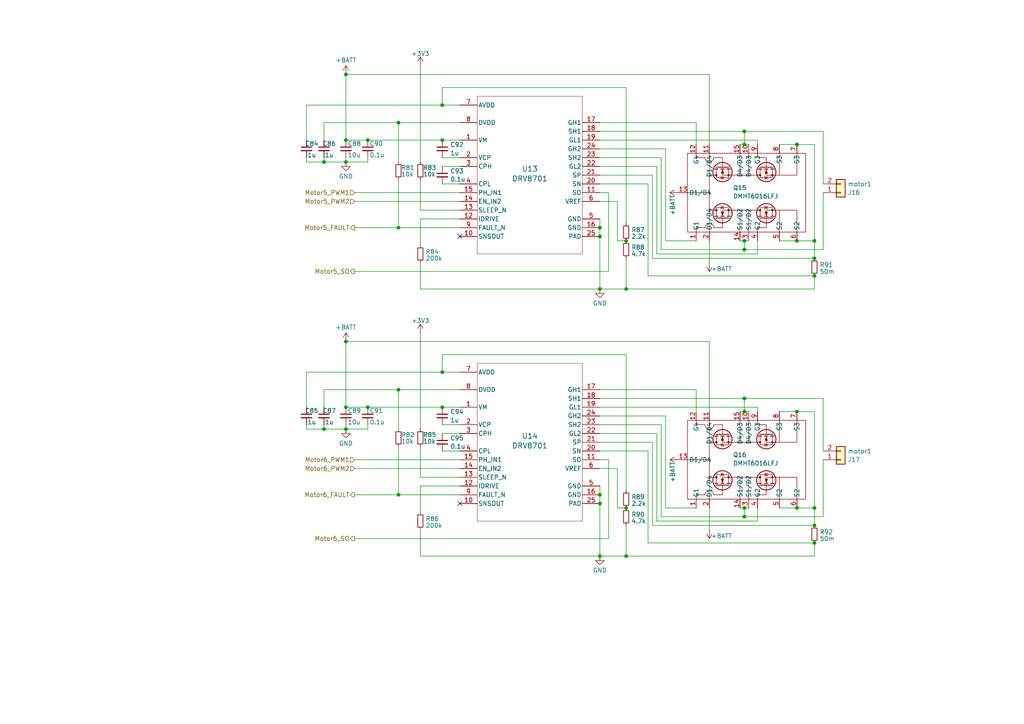
<source format=kicad_sch>
(kicad_sch (version 20250114) (generator "eeschema") (generator_version "9.0")
  (paper "A4")
  (lib_symbols
    (symbol "Connector_Generic:Conn_01x02" (pin_names (offset 1.016) (hide yes))
      (property "Reference" "J" (at 0 2.54 0))
      (property "Value" "Conn_01x02" (at 0 -5.08 0))
      (symbol "Conn_01x02_1_1"
        (rectangle (start -1.27 1.27) (end 1.27 -3.81) (stroke (width 0.254)) (fill (type background)))
        (rectangle (start -1.27 0.127) (end 0 -0.127) (stroke (width 0.1524)))
        (rectangle (start -1.27 -2.413) (end 0 -2.667) (stroke (width 0.1524)))
        (pin passive line (at -5.08 0 0) (length 3.81) (name "Pin_1") (number "1"))
        (pin passive line (at -5.08 -2.54 0) (length 3.81) (name "Pin_2") (number "2"))
      )
    )
    (symbol "Device:C_Small" (pin_numbers (hide yes)) (pin_names (offset 0.254) (hide yes))
      (property "Reference" "C" (at 0.254 1.778 0))
      (property "Value" "C_Small" (at 0.254 -2.032 0))
      (symbol "C_Small_0_1"
        (polyline (pts (xy -1.524 0.508) (xy 1.524 0.508)) (stroke (width 0.3048)))
        (polyline (pts (xy -1.524 -0.508) (xy 1.524 -0.508)) (stroke (width 0.3302)))
      )
      (symbol "C_Small_1_1"
        (pin passive line (at 0 2.54 270) (length 2.032) (name "~") (number "1"))
        (pin passive line (at 0 -2.54 90) (length 2.032) (name "~") (number "2"))
      )
    )
    (symbol "Device:R_Small" (pin_numbers (hide yes)) (pin_names (offset 0.254) (hide yes))
      (property "Reference" "R" (at 0 0 90))
      (property "Value" "R_Small" (at 1.778 0 90))
      (symbol "R_Small_0_1"
        (rectangle (start -0.762 1.778) (end 0.762 -1.778) (stroke (width 0.2032)))
      )
      (symbol "R_Small_1_1"
        (pin passive line (at 0 2.54 270) (length 0.762) (name "~") (number "1"))
        (pin passive line (at 0 -2.54 90) (length 0.762) (name "~") (number "2"))
      )
    )
    (symbol "power:+3V3" (power) (pin_numbers (hide yes)) (pin_names (offset 0) (hide yes))
      (property "Value" "+3V3" (at 0 3.556 0))
      (symbol "+3V3_0_1"
        (polyline (pts (xy -0.762 1.27) (xy 0 2.54)))
        (polyline (pts (xy 0 2.54) (xy 0.762 1.27)))
        (polyline (pts (xy 0 0) (xy 0 2.54)))
      )
      (symbol "+3V3_1_1"
        (pin power_in line (at 0 0 90) (length 0) (name "~") (number "1"))
      )
    )
    (symbol "power:+BATT" (power) (pin_numbers (hide yes)) (pin_names (offset 0) (hide yes))
      (property "Value" "+BATT" (at 0 3.556 0))
      (symbol "+BATT_0_1"
        (polyline (pts (xy -0.762 1.27) (xy 0 2.54)))
        (polyline (pts (xy 0 2.54) (xy 0.762 1.27)))
        (polyline (pts (xy 0 0) (xy 0 2.54)))
      )
      (symbol "+BATT_1_1"
        (pin power_in line (at 0 0 90) (length 0) (name "~") (number "1"))
      )
    )
    (symbol "power:GND" (power) (pin_numbers (hide yes)) (pin_names (offset 0) (hide yes))
      (property "Value" "GND" (at 0 -3.81 0))
      (symbol "GND_0_1"
        (polyline (pts (xy 0 0) (xy 0 -1.27) (xy 1.27 -1.27) (xy 0 -2.54) (xy -1.27 -1.27) (xy 0 -1.27)))
      )
      (symbol "GND_1_1"
        (pin power_in line (at 0 0 270) (length 0) (name "~") (number "1"))
      )
    )
    (symbol "robot_contest:DMHT6016LFJ"
      (property "Reference" "Q" (at 7.112 13.716 0))
      (property "Value" "DMHT6016LFJ" (at 6.858 11.43 0))
      (symbol "DMHT6016LFJ_0_1"
        (rectangle (start -11.43 10.16) (end 11.43 -24.13))
        (polyline (pts (xy -11.43 -5.08) (xy -5.08 -5.08)))
        (polyline (pts (xy -11.43 -7.62) (xy -5.08 -7.62)))
        (polyline (pts (xy -11.43 -10.16) (xy -10.16 -10.16) (xy -10.16 -12.7)))
        (arc (start -8.89 3.81) (mid -9.262 2.912) (end -10.16 2.54))
        (arc (start -10.16 5.08) (mid -9.262 4.708) (end -8.89 3.81))
        (polyline (pts (xy -10.16 5.08) (xy -10.16 7.62) (xy -11.43 7.62)))
        (polyline (pts (xy -10.16 0) (xy -10.16 2.54)))
        (polyline (pts (xy -7.366 1.905) (xy -7.366 -1.905)) (stroke (width 0.254)))
        (polyline (pts (xy -7.366 0) (xy -10.16 0)))
        (polyline (pts (xy -7.366 -10.795) (xy -7.366 -14.605)) (stroke (width 0.254)))
        (polyline (pts (xy -7.366 -12.7) (xy -10.16 -12.7)))
        (polyline (pts (xy -6.858 2.286) (xy -6.858 1.27)) (stroke (width 0.254)))
        (polyline (pts (xy -6.858 0.508) (xy -6.858 -0.508)) (stroke (width 0.254)))
        (polyline (pts (xy -6.858 -1.27) (xy -6.858 -2.286)) (stroke (width 0.254)))
        (polyline (pts (xy -6.858 -1.778) (xy -4.318 -1.778) (xy -4.318 1.778) (xy -6.858 1.778)))
        (polyline (pts (xy -6.858 -10.414) (xy -6.858 -11.43)) (stroke (width 0.254)))
        (polyline (pts (xy -6.858 -12.192) (xy -6.858 -13.208)) (stroke (width 0.254)))
        (polyline (pts (xy -6.858 -13.97) (xy -6.858 -14.986)) (stroke (width 0.254)))
        (polyline (pts (xy -6.858 -14.478) (xy -4.318 -14.478) (xy -4.318 -10.922) (xy -6.858 -10.922)))
        (polyline (pts (xy -6.604 0) (xy -5.588 0.381) (xy -5.588 -0.381) (xy -6.604 0)) (fill (type outline)))
        (polyline (pts (xy -6.604 -12.7) (xy -5.588 -12.319) (xy -5.588 -13.081) (xy -6.604 -12.7)) (fill (type outline)))
        (circle (center -5.969 0) (radius 2.794) (stroke (width 0.254)))
        (circle (center -5.969 -12.7) (radius 2.794) (stroke (width 0.254)))
        (polyline (pts (xy -5.08 3.81) (xy -11.43 3.81)))
        (polyline (pts (xy -5.08 2.54) (xy -5.08 3.81)))
        (polyline (pts (xy -5.08 2.54) (xy -5.08 1.778)))
        (circle (center -5.08 1.778) (radius 0.254) (fill (type outline)))
        (circle (center -5.08 -1.778) (radius 0.254) (fill (type outline)))
        (polyline (pts (xy -5.08 -2.54) (xy -5.08 0) (xy -6.858 0)))
        (polyline (pts (xy -5.08 -8.89) (xy -5.08 -2.54)))
        (polyline (pts (xy -5.08 -10.16) (xy -5.08 -8.89)))
        (polyline (pts (xy -5.08 -10.16) (xy -5.08 -10.922)))
        (circle (center -5.08 -10.922) (radius 0.254) (fill (type outline)))
        (circle (center -5.08 -14.478) (radius 0.254) (fill (type outline)))
        (polyline (pts (xy -5.08 -15.24) (xy -5.08 -12.7) (xy -6.858 -12.7)))
        (polyline (pts (xy -5.08 -15.24) (xy -5.08 -21.59) (xy -11.43 -21.59)))
        (polyline (pts (xy -5.08 -16.51) (xy -10.16 -16.51) (xy -11.43 -16.51)))
        (polyline (pts (xy -4.826 0.508) (xy -4.699 0.381) (xy -3.937 0.381) (xy -3.81 0.254)))
        (polyline (pts (xy -4.826 -12.192) (xy -4.699 -12.319) (xy -3.937 -12.319) (xy -3.81 -12.446)))
        (polyline (pts (xy -4.318 0.381) (xy -4.699 -0.254) (xy -3.937 -0.254) (xy -4.318 0.381)))
        (polyline (pts (xy -4.318 -12.319) (xy -4.699 -12.954) (xy -3.937 -12.954) (xy -4.318 -12.319)))
        (polyline (pts (xy 0 10.16) (xy 0 3.81)))
        (polyline (pts (xy 4.318 0.381) (xy 4.699 -0.254) (xy 3.937 -0.254) (xy 4.318 0.381)))
        (polyline (pts (xy 4.318 -12.319) (xy 4.699 -12.954) (xy 3.937 -12.954) (xy 4.318 -12.319)))
        (polyline (pts (xy 4.826 0.508) (xy 4.699 0.381) (xy 3.937 0.381) (xy 3.81 0.254)))
        (polyline (pts (xy 4.826 -12.192) (xy 4.699 -12.319) (xy 3.937 -12.319) (xy 3.81 -12.446)))
        (polyline (pts (xy 5.08 3.81) (xy -5.08 3.81)))
        (polyline (pts (xy 5.08 3.81) (xy 11.43 3.81)))
        (polyline (pts (xy 5.08 2.54) (xy 5.08 3.81)))
        (polyline (pts (xy 5.08 2.54) (xy 5.08 1.778)))
        (circle (center 5.08 1.778) (radius 0.254) (fill (type outline)))
        (circle (center 5.08 -1.778) (radius 0.254) (fill (type outline)))
        (polyline (pts (xy 5.08 -2.54) (xy 5.08 0) (xy 6.858 0)))
        (polyline (pts (xy 5.08 -5.08) (xy 11.43 -5.08)))
        (polyline (pts (xy 5.08 -8.89) (xy 5.08 -2.54)))
        (polyline (pts (xy 5.08 -10.16) (xy 5.08 -8.89)))
        (polyline (pts (xy 5.08 -10.16) (xy 5.08 -10.922)))
        (circle (center 5.08 -10.922) (radius 0.254) (fill (type outline)))
        (circle (center 5.08 -14.478) (radius 0.254) (fill (type outline)))
        (polyline (pts (xy 5.08 -15.24) (xy 5.08 -12.7) (xy 6.858 -12.7)))
        (polyline (pts (xy 5.08 -15.24) (xy 5.08 -21.59) (xy 11.43 -21.59)))
        (circle (center 5.969 0) (radius 2.794) (stroke (width 0.254)))
        (circle (center 5.969 -12.7) (radius 2.794) (stroke (width 0.254)))
        (polyline (pts (xy 6.604 0) (xy 5.588 0.381) (xy 5.588 -0.381) (xy 6.604 0)) (fill (type outline)))
        (polyline (pts (xy 6.604 -12.7) (xy 5.588 -12.319) (xy 5.588 -13.081) (xy 6.604 -12.7)) (fill (type outline)))
        (polyline (pts (xy 6.858 2.286) (xy 6.858 1.27)) (stroke (width 0.254)))
        (polyline (pts (xy 6.858 0.508) (xy 6.858 -0.508)) (stroke (width 0.254)))
        (polyline (pts (xy 6.858 -1.27) (xy 6.858 -2.286)) (stroke (width 0.254)))
        (polyline (pts (xy 6.858 -1.778) (xy 4.318 -1.778) (xy 4.318 1.778) (xy 6.858 1.778)))
        (polyline (pts (xy 6.858 -10.414) (xy 6.858 -11.43)) (stroke (width 0.254)))
        (polyline (pts (xy 6.858 -12.192) (xy 6.858 -13.208)) (stroke (width 0.254)))
        (polyline (pts (xy 6.858 -13.97) (xy 6.858 -14.986)) (stroke (width 0.254)))
        (polyline (pts (xy 6.858 -14.478) (xy 4.318 -14.478) (xy 4.318 -10.922) (xy 6.858 -10.922)))
        (polyline (pts (xy 7.366 1.905) (xy 7.366 -1.905)) (stroke (width 0.254)))
        (polyline (pts (xy 7.366 0) (xy 10.16 0)))
        (polyline (pts (xy 7.366 -10.795) (xy 7.366 -14.605)) (stroke (width 0.254)))
        (polyline (pts (xy 7.366 -12.7) (xy 10.16 -12.7)))
        (polyline (pts (xy 10.16 5.08) (xy 10.16 7.62) (xy 11.43 7.62)))
        (arc (start 8.89 3.81) (mid 9.262 4.708) (end 10.16 5.08))
        (arc (start 10.16 2.54) (mid 9.262 2.912) (end 8.89 3.81))
        (polyline (pts (xy 10.16 0) (xy 10.16 2.54)))
        (polyline (pts (xy 11.43 -7.62) (xy 5.08 -7.62)))
        (polyline (pts (xy 11.43 -10.16) (xy 10.16 -10.16) (xy 10.16 -12.7)))
        (polyline (pts (xy 11.43 -16.51) (xy 6.35 -16.51) (xy 5.08 -16.51)))
      )
      (symbol "DMHT6016LFJ_1_1"
        (pin passive line (at -13.97 7.62 0) (length 2.54) (name "G1") (number "1"))
        (pin passive line (at -13.97 3.81 0) (length 2.54) (name "D1/D4") (number "2"))
        (pin passive line (at -13.97 -5.08 0) (length 2.54) (name "S1/D2") (number "14"))
        (pin passive line (at -13.97 -7.62 0) (length 2.54) (name "S1/D2") (number "3"))
        (pin passive line (at -13.97 -10.16 0) (length 2.54) (name "G2") (number "4"))
        (pin passive line (at -13.97 -16.51 0) (length 2.54) (name "S2") (number "5"))
        (pin passive line (at -13.97 -21.59 0) (length 2.54) (name "S2") (number "6"))
        (pin passive line (at 0 12.7 270) (length 2.54) (name "D1/D4") (number "13"))
        (pin passive line (at 13.97 7.62 180) (length 2.54) (name "G4") (number "12"))
        (pin passive line (at 13.97 3.81 180) (length 2.54) (name "D1/D4") (number "11"))
        (pin passive line (at 13.97 -5.08 180) (length 2.54) (name "D4/D3") (number "15"))
        (pin passive line (at 13.97 -7.62 180) (length 2.54) (name "D4/D3") (number "10"))
        (pin passive line (at 13.97 -10.16 180) (length 2.54) (name "G3") (number "9"))
        (pin passive line (at 13.97 -16.51 180) (length 2.54) (name "S3") (number "8"))
        (pin passive line (at 13.97 -21.59 180) (length 2.54) (name "S3") (number "7"))
      )
    )
    (symbol "robot_contest:DRV8701" (pin_names (offset 0.254))
      (property "Reference" "U" (at 0 12.7 0))
      (property "Value" "DRV8701" (at 0 10.16 0))
      (symbol "DRV8701_0_1"
        (polyline (pts (xy -15.24 22.86) (xy -15.24 -22.86)) (stroke (width 0.1016)))
        (polyline (pts (xy -15.24 -22.86) (xy 15.24 -22.86)) (stroke (width 0.1016)))
        (polyline (pts (xy 15.24 22.86) (xy -15.24 22.86)) (stroke (width 0.1016)))
        (polyline (pts (xy 15.24 -22.86) (xy 15.24 22.86)) (stroke (width 0.1016)))
        (pin power_in line (at -20.32 10.16 0) (length 5.08) (name "VM") (number "1"))
        (pin input line (at -20.32 -5.08 0) (length 5.08) (name "PH_IN1") (number "15"))
        (pin input line (at -20.32 -7.62 0) (length 5.08) (name "EN_IN2") (number "14"))
        (pin input line (at -20.32 -10.16 0) (length 5.08) (name "SLEEP_N") (number "13"))
        (pin input line (at -20.32 -12.7 0) (length 5.08) (name "IDRIVE") (number "12"))
        (pin open_collector line (at -20.32 -15.24 0) (length 5.08) (name "FAULT_N") (number "9"))
        (pin open_collector line (at -20.32 -17.78 0) (length 5.08) (name "SNSOUT") (number "10"))
        (pin input line (at 20.32 12.7 180) (length 5.08) (name "SH1") (number "18"))
        (pin output line (at 20.32 10.16 180) (length 5.08) (name "GL1") (number "19"))
        (pin input line (at 20.32 5.08 180) (length 5.08) (name "SH2") (number "23"))
        (pin output line (at 20.32 2.54 180) (length 5.08) (name "GL2") (number "22"))
        (pin input line (at 20.32 0 180) (length 5.08) (name "SP") (number "21"))
        (pin input line (at 20.32 -2.54 180) (length 5.08) (name "SN") (number "20"))
        (pin output line (at 20.32 -5.08 180) (length 5.08) (name "SO") (number "11"))
        (pin input line (at 20.32 -7.62 180) (length 5.08) (name "VREF") (number "6"))
        (pin power_in line (at 20.32 -12.7 180) (length 5.08) (name "GND") (number "5"))
        (pin power_in line (at 20.32 -15.24 180) (length 5.08) (name "GND") (number "16"))
        (pin power_in line (at 20.32 -17.78 180) (length 5.08) (name "PAD") (number "25"))
      )
      (symbol "DRV8701_1_1"
        (pin power_out line (at -20.32 20.32 0) (length 5.08) (name "AVDD") (number "7"))
        (pin power_out line (at -20.32 15.24 0) (length 5.08) (name "DVDD") (number "8"))
        (pin input line (at -20.32 5.08 0) (length 5.08) (name "VCP") (number "2"))
        (pin bidirectional line (at -20.32 2.54 0) (length 5.08) (name "CPH") (number "3"))
        (pin bidirectional line (at -20.32 -2.54 0) (length 5.08) (name "CPL") (number "4"))
        (pin power_out line (at 20.32 15.24 180) (length 5.08) (name "GH1") (number "17"))
        (pin power_out line (at 20.32 7.62 180) (length 5.08) (name "GH2") (number "24"))
      )
    )
  )
  (junction (at 215.9 119.38))
  (junction (at 115.57 143.51))
  (junction (at 231.14 147.32))
  (junction (at 128.27 118.11))
  (junction (at 173.99 143.51))
  (junction (at 236.22 69.85))
  (junction (at 128.27 107.95))
  (junction (at 236.22 80.01))
  (junction (at 236.22 74.93))
  (junction (at 236.22 147.32))
  (junction (at 128.27 30.48))
  (junction (at 115.57 66.04))
  (junction (at 100.33 46.99))
  (junction (at 215.9 149.86))
  (junction (at 106.68 118.11))
  (junction (at 173.99 66.04))
  (junction (at 173.99 68.58))
  (junction (at 231.14 41.91))
  (junction (at 215.9 38.1))
  (junction (at 173.99 161.29))
  (junction (at 115.57 35.56))
  (junction (at 93.98 124.46))
  (junction (at 236.22 157.48))
  (junction (at 215.9 69.85))
  (junction (at 93.98 46.99))
  (junction (at 100.33 99.06))
  (junction (at 215.9 115.57))
  (junction (at 181.61 69.85))
  (junction (at 173.99 83.82))
  (junction (at 215.9 147.32))
  (junction (at 100.33 21.59))
  (junction (at 181.61 83.82))
  (junction (at 181.61 161.29))
  (junction (at 106.68 40.64))
  (junction (at 215.9 41.91))
  (junction (at 231.14 119.38))
  (junction (at 173.99 146.05))
  (junction (at 100.33 124.46))
  (junction (at 100.33 40.64))
  (junction (at 100.33 118.11))
  (junction (at 236.22 152.4))
  (junction (at 181.61 147.32))
  (junction (at 115.57 113.03))
  (junction (at 128.27 40.64))
  (junction (at 215.9 72.39))
  (junction (at 231.14 69.85))
  (no_connect (at 133.35 146.05))
  (no_connect (at 133.35 68.58))
  (wire (pts (xy 238.76 115.57) (xy 238.76 130.81)))
  (wire (pts (xy 133.35 125.73) (xy 128.27 125.73)))
  (wire (pts (xy 181.61 161.29) (xy 236.22 161.29)))
  (wire (pts (xy 121.92 19.05) (xy 121.92 46.99)))
  (wire (pts (xy 226.06 119.38) (xy 231.14 119.38)))
  (wire (pts (xy 193.04 120.65) (xy 193.04 147.32)))
  (wire (pts (xy 201.93 113.03) (xy 201.93 119.38)))
  (wire (pts (xy 128.27 25.4) (xy 128.27 30.48)))
  (wire (pts (xy 181.61 161.29) (xy 173.99 161.29)))
  (wire (pts (xy 106.68 118.11) (xy 128.27 118.11)))
  (wire (pts (xy 191.77 72.39) (xy 215.9 72.39)))
  (wire (pts (xy 215.9 115.57) (xy 238.76 115.57)))
  (wire (pts (xy 173.99 135.89) (xy 179.07 135.89)))
  (wire (pts (xy 173.99 53.34) (xy 187.96 53.34)))
  (wire (pts (xy 189.23 128.27) (xy 189.23 152.4)))
  (wire (pts (xy 231.14 119.38) (xy 236.22 119.38)))
  (wire (pts (xy 215.9 72.39) (xy 215.9 69.85)))
  (wire (pts (xy 173.99 66.04) (xy 173.99 63.5)))
  (wire (pts (xy 100.33 46.99) (xy 106.68 46.99)))
  (wire (pts (xy 100.33 21.59) (xy 100.33 40.64)))
  (wire (pts (xy 214.63 147.32) (xy 215.9 147.32)))
  (wire (pts (xy 100.33 118.11) (xy 106.68 118.11)))
  (wire (pts (xy 100.33 21.59) (xy 205.74 21.59)))
  (wire (pts (xy 133.35 60.96) (xy 121.92 60.96)))
  (wire (pts (xy 215.9 38.1) (xy 215.9 41.91)))
  (wire (pts (xy 102.87 55.88) (xy 133.35 55.88)))
  (wire (pts (xy 179.07 147.32) (xy 181.61 147.32)))
  (wire (pts (xy 173.99 146.05) (xy 173.99 143.51)))
  (wire (pts (xy 106.68 46.99) (xy 106.68 45.72)))
  (wire (pts (xy 205.74 41.91) (xy 205.74 21.59)))
  (wire (pts (xy 173.99 123.19) (xy 191.77 123.19)))
  (wire (pts (xy 193.04 43.18) (xy 193.04 69.85)))
  (wire (pts (xy 93.98 113.03) (xy 93.98 118.11)))
  (wire (pts (xy 238.76 38.1) (xy 238.76 53.34)))
  (wire (pts (xy 219.71 69.85) (xy 219.71 73.66)))
  (wire (pts (xy 128.27 30.48) (xy 133.35 30.48)))
  (wire (pts (xy 231.14 147.32) (xy 236.22 147.32)))
  (wire (pts (xy 100.33 99.06) (xy 205.74 99.06)))
  (wire (pts (xy 193.04 69.85) (xy 201.93 69.85)))
  (wire (pts (xy 115.57 113.03) (xy 133.35 113.03)))
  (wire (pts (xy 100.33 124.46) (xy 100.33 123.19)))
  (wire (pts (xy 190.5 151.13) (xy 219.71 151.13)))
  (wire (pts (xy 173.99 40.64) (xy 219.71 40.64)))
  (wire (pts (xy 181.61 83.82) (xy 236.22 83.82)))
  (wire (pts (xy 173.99 113.03) (xy 201.93 113.03)))
  (wire (pts (xy 191.77 149.86) (xy 215.9 149.86)))
  (wire (pts (xy 121.92 63.5) (xy 133.35 63.5)))
  (wire (pts (xy 88.9 123.19) (xy 88.9 124.46)))
  (wire (pts (xy 100.33 40.64) (xy 106.68 40.64)))
  (wire (pts (xy 179.07 69.85) (xy 181.61 69.85)))
  (wire (pts (xy 181.61 102.87) (xy 181.61 142.24)))
  (wire (pts (xy 173.99 143.51) (xy 173.99 140.97)))
  (wire (pts (xy 215.9 72.39) (xy 238.76 72.39)))
  (wire (pts (xy 214.63 119.38) (xy 215.9 119.38)))
  (wire (pts (xy 106.68 124.46) (xy 106.68 123.19)))
  (wire (pts (xy 181.61 74.93) (xy 181.61 83.82)))
  (wire (pts (xy 121.92 83.82) (xy 173.99 83.82)))
  (wire (pts (xy 190.5 48.26) (xy 190.5 73.66)))
  (wire (pts (xy 173.99 43.18) (xy 193.04 43.18)))
  (wire (pts (xy 226.06 41.91) (xy 231.14 41.91)))
  (wire (pts (xy 88.9 45.72) (xy 88.9 46.99)))
  (wire (pts (xy 88.9 107.95) (xy 88.9 118.11)))
  (wire (pts (xy 102.87 133.35) (xy 133.35 133.35)))
  (wire (pts (xy 231.14 41.91) (xy 236.22 41.91)))
  (wire (pts (xy 173.99 125.73) (xy 190.5 125.73)))
  (wire (pts (xy 88.9 124.46) (xy 93.98 124.46)))
  (wire (pts (xy 176.53 133.35) (xy 176.53 156.21)))
  (wire (pts (xy 128.27 107.95) (xy 133.35 107.95)))
  (wire (pts (xy 121.92 153.67) (xy 121.92 161.29)))
  (wire (pts (xy 179.07 58.42) (xy 179.07 69.85)))
  (wire (pts (xy 133.35 48.26) (xy 128.27 48.26)))
  (wire (pts (xy 121.92 140.97) (xy 133.35 140.97)))
  (wire (pts (xy 190.5 125.73) (xy 190.5 151.13)))
  (wire (pts (xy 93.98 35.56) (xy 93.98 40.64)))
  (wire (pts (xy 187.96 130.81) (xy 187.96 157.48)))
  (wire (pts (xy 219.71 147.32) (xy 219.71 151.13)))
  (wire (pts (xy 93.98 123.19) (xy 93.98 124.46)))
  (wire (pts (xy 121.92 71.12) (xy 121.92 63.5)))
  (wire (pts (xy 215.9 115.57) (xy 215.9 119.38)))
  (wire (pts (xy 173.99 115.57) (xy 215.9 115.57)))
  (wire (pts (xy 121.92 148.59) (xy 121.92 140.97)))
  (wire (pts (xy 215.9 119.38) (xy 217.17 119.38)))
  (wire (pts (xy 181.61 25.4) (xy 181.61 64.77)))
  (wire (pts (xy 193.04 147.32) (xy 201.93 147.32)))
  (wire (pts (xy 176.53 55.88) (xy 176.53 78.74)))
  (wire (pts (xy 121.92 138.43) (xy 121.92 129.54)))
  (wire (pts (xy 173.99 68.58) (xy 173.99 83.82)))
  (wire (pts (xy 100.33 99.06) (xy 100.33 118.11)))
  (wire (pts (xy 173.99 118.11) (xy 219.71 118.11)))
  (wire (pts (xy 115.57 35.56) (xy 133.35 35.56)))
  (wire (pts (xy 201.93 35.56) (xy 201.93 41.91)))
  (wire (pts (xy 128.27 25.4) (xy 181.61 25.4)))
  (wire (pts (xy 205.74 119.38) (xy 205.74 99.06)))
  (wire (pts (xy 128.27 102.87) (xy 128.27 107.95)))
  (wire (pts (xy 121.92 60.96) (xy 121.92 52.07)))
  (wire (pts (xy 128.27 118.11) (xy 133.35 118.11)))
  (wire (pts (xy 173.99 45.72) (xy 191.77 45.72)))
  (wire (pts (xy 181.61 152.4) (xy 181.61 161.29)))
  (wire (pts (xy 128.27 53.34) (xy 133.35 53.34)))
  (wire (pts (xy 115.57 35.56) (xy 115.57 46.99)))
  (wire (pts (xy 128.27 45.72) (xy 133.35 45.72)))
  (wire (pts (xy 189.23 74.93) (xy 236.22 74.93)))
  (wire (pts (xy 100.33 124.46) (xy 106.68 124.46)))
  (wire (pts (xy 173.99 55.88) (xy 176.53 55.88)))
  (wire (pts (xy 214.63 69.85) (xy 215.9 69.85)))
  (wire (pts (xy 173.99 58.42) (xy 179.07 58.42)))
  (wire (pts (xy 121.92 76.2) (xy 121.92 83.82)))
  (wire (pts (xy 115.57 66.04) (xy 133.35 66.04)))
  (wire (pts (xy 173.99 35.56) (xy 201.93 35.56)))
  (wire (pts (xy 93.98 46.99) (xy 100.33 46.99)))
  (wire (pts (xy 128.27 102.87) (xy 181.61 102.87)))
  (wire (pts (xy 215.9 149.86) (xy 238.76 149.86)))
  (wire (pts (xy 187.96 80.01) (xy 236.22 80.01)))
  (wire (pts (xy 238.76 133.35) (xy 238.76 149.86)))
  (wire (pts (xy 189.23 50.8) (xy 189.23 74.93)))
  (wire (pts (xy 102.87 135.89) (xy 133.35 135.89)))
  (wire (pts (xy 238.76 55.88) (xy 238.76 72.39)))
  (wire (pts (xy 128.27 130.81) (xy 133.35 130.81)))
  (wire (pts (xy 187.96 157.48) (xy 236.22 157.48)))
  (wire (pts (xy 236.22 157.48) (xy 236.22 161.29)))
  (wire (pts (xy 88.9 46.99) (xy 93.98 46.99)))
  (wire (pts (xy 115.57 113.03) (xy 115.57 124.46)))
  (wire (pts (xy 128.27 123.19) (xy 133.35 123.19)))
  (wire (pts (xy 219.71 118.11) (xy 219.71 119.38)))
  (wire (pts (xy 173.99 50.8) (xy 189.23 50.8)))
  (wire (pts (xy 236.22 147.32) (xy 236.22 152.4)))
  (wire (pts (xy 191.77 123.19) (xy 191.77 149.86)))
  (wire (pts (xy 133.35 138.43) (xy 121.92 138.43)))
  (wire (pts (xy 115.57 143.51) (xy 133.35 143.51)))
  (wire (pts (xy 179.07 135.89) (xy 179.07 147.32)))
  (wire (pts (xy 121.92 161.29) (xy 173.99 161.29)))
  (wire (pts (xy 93.98 45.72) (xy 93.98 46.99)))
  (wire (pts (xy 102.87 156.21) (xy 176.53 156.21)))
  (wire (pts (xy 115.57 52.07) (xy 115.57 66.04)))
  (wire (pts (xy 102.87 66.04) (xy 115.57 66.04)))
  (wire (pts (xy 215.9 38.1) (xy 238.76 38.1)))
  (wire (pts (xy 215.9 149.86) (xy 215.9 147.32)))
  (wire (pts (xy 214.63 41.91) (xy 215.9 41.91)))
  (wire (pts (xy 173.99 128.27) (xy 189.23 128.27)))
  (wire (pts (xy 128.27 40.64) (xy 133.35 40.64)))
  (wire (pts (xy 236.22 41.91) (xy 236.22 69.85)))
  (wire (pts (xy 191.77 45.72) (xy 191.77 72.39)))
  (wire (pts (xy 173.99 146.05) (xy 173.99 161.29)))
  (wire (pts (xy 236.22 119.38) (xy 236.22 147.32)))
  (wire (pts (xy 88.9 30.48) (xy 128.27 30.48)))
  (wire (pts (xy 205.74 147.32) (xy 205.74 153.67)))
  (wire (pts (xy 102.87 143.51) (xy 115.57 143.51)))
  (wire (pts (xy 121.92 96.52) (xy 121.92 124.46)))
  (wire (pts (xy 215.9 69.85) (xy 217.17 69.85)))
  (wire (pts (xy 173.99 133.35) (xy 176.53 133.35)))
  (wire (pts (xy 93.98 113.03) (xy 115.57 113.03)))
  (wire (pts (xy 106.68 40.64) (xy 128.27 40.64)))
  (wire (pts (xy 236.22 80.01) (xy 236.22 83.82)))
  (wire (pts (xy 187.96 53.34) (xy 187.96 80.01)))
  (wire (pts (xy 236.22 69.85) (xy 236.22 74.93)))
  (wire (pts (xy 93.98 124.46) (xy 100.33 124.46)))
  (wire (pts (xy 100.33 46.99) (xy 100.33 45.72)))
  (wire (pts (xy 215.9 147.32) (xy 217.17 147.32)))
  (wire (pts (xy 173.99 48.26) (xy 190.5 48.26)))
  (wire (pts (xy 93.98 35.56) (xy 115.57 35.56)))
  (wire (pts (xy 173.99 38.1) (xy 215.9 38.1)))
  (wire (pts (xy 205.74 69.85) (xy 205.74 76.2)))
  (wire (pts (xy 88.9 107.95) (xy 128.27 107.95)))
  (wire (pts (xy 173.99 68.58) (xy 173.99 66.04)))
  (wire (pts (xy 190.5 73.66) (xy 219.71 73.66)))
  (wire (pts (xy 115.57 129.54) (xy 115.57 143.51)))
  (wire (pts (xy 189.23 152.4) (xy 236.22 152.4)))
  (wire (pts (xy 226.06 147.32) (xy 231.14 147.32)))
  (wire (pts (xy 173.99 130.81) (xy 187.96 130.81)))
  (wire (pts (xy 173.99 120.65) (xy 193.04 120.65)))
  (wire (pts (xy 181.61 83.82) (xy 173.99 83.82)))
  (wire (pts (xy 102.87 78.74) (xy 176.53 78.74)))
  (wire (pts (xy 88.9 30.48) (xy 88.9 40.64)))
  (wire (pts (xy 226.06 69.85) (xy 231.14 69.85)))
  (wire (pts (xy 231.14 69.85) (xy 236.22 69.85)))
  (wire (pts (xy 215.9 41.91) (xy 217.17 41.91)))
  (wire (pts (xy 219.71 40.64) (xy 219.71 41.91)))
  (wire (pts (xy 102.87 58.42) (xy 133.35 58.42)))
  (hierarchical_label "Motor5_FAULT" (shape output) (at 102.87 66.04 180))
  (hierarchical_label "Motor6_PWM1" (shape input) (at 102.87 133.35 180))
  (hierarchical_label "Motor6_PWM2" (shape input) (at 102.87 135.89 180))
  (hierarchical_label "Motor5_PWM2" (shape input) (at 102.87 58.42 180))
  (hierarchical_label "Motor6_FAULT" (shape output) (at 102.87 143.51 180))
  (hierarchical_label "Motor5_PWM1" (shape input) (at 102.87 55.88 180))
  (hierarchical_label "Motor6_SO" (shape output) (at 102.87 156.21 180))
  (hierarchical_label "Motor5_SO" (shape output) (at 102.87 78.74 180))
  (symbol (lib_id "Device:C_Small") (at 128.27 128.27 0) (unit 1)
    (property "Reference" "C95" (at 130.5941 127.0641 0) (effects (justify left)))
    (property "Value" "0.1u" (at 130.5941 129.4884 0) (effects (justify left)))
    (property "Footprint" "Capacitor_SMD:C_0402_1005Metric" (effects (hide yes)))
    (property "Datasheet" "C77020" (effects (hide yes)))
    (property "Description" "Unpolarized capacitor, small symbol" (effects (hide yes)))
  )
  (symbol (lib_id "Device:R_Small") (at 181.61 149.86 180) (unit 1)
    (property "Reference" "R90" (at 183.1086 149.2163 0) (effects (justify right)))
    (property "Value" "4.7k" (at 183.1086 151.1373 0) (effects (justify right)))
    (property "Footprint" "Resistor_SMD:R_0402_1005Metric" (effects (hide yes)))
    (property "Description" "Resistor, small symbol" (effects (hide yes)))
  )
  (symbol (lib_id "power:GND") (at 100.33 46.99 0) (unit 1)
    (property "Reference" "#PWR0118" (effects (hide yes)))
    (property "Value" "GND" (at 100.33 51.1255 0))
    (property "Description" "Power symbol creates a global label with name \"GND\" , ground" (effects (hide yes)))
  )
  (symbol (lib_id "Device:R_Small") (at 115.57 127 180) (unit 1)
    (property "Reference" "R82" (at 116.332 126.095 0) (effects (justify right)))
    (property "Value" "10k" (at 116.332 128.016 0) (effects (justify right)))
    (property "Footprint" "Resistor_SMD:R_0402_1005Metric" (effects (hide yes)))
    (property "Description" "Resistor, small symbol" (effects (hide yes)))
  )
  (symbol (lib_id "Device:R_Small") (at 181.61 72.39 180) (unit 1)
    (property "Reference" "R88" (at 183.1086 71.7463 0) (effects (justify right)))
    (property "Value" "4.7k" (at 183.1086 73.6673 0) (effects (justify right)))
    (property "Footprint" "Resistor_SMD:R_0402_1005Metric" (effects (hide yes)))
    (property "Description" "Resistor, small symbol" (effects (hide yes)))
  )
  (symbol (lib_id "Device:R_Small") (at 236.22 77.47 180) (unit 1)
    (property "Reference" "R91" (at 237.7186 76.8263 0) (effects (justify right)))
    (property "Value" "50m" (at 237.7186 78.7473 0) (effects (justify right)))
    (property "Footprint" "Resistor_SMD:R_1206_3216Metric" (effects (hide yes)))
    (property "Description" "Resistor, small symbol" (effects (hide yes)))
  )
  (symbol (lib_id "power:+BATT") (at 205.74 153.67 180) (unit 1)
    (property "Reference" "#PWR0128" (effects (hide yes)))
    (property "Value" "+BATT" (at 209.296 155.448 0))
    (property "Description" "Power symbol creates a global label with name \"+BATT\"" (effects (hide yes)))
  )
  (symbol (lib_id "power:+3V3") (at 121.92 96.52 0) (unit 1)
    (property "Reference" "#PWR0122" (effects (hide yes)))
    (property "Value" "+3V3" (at 121.92 93.0181 0))
    (property "Description" "Power symbol creates a global label with name \"+3V3\"" (effects (hide yes)))
  )
  (symbol (lib_id "Device:C_Small") (at 88.9 43.18 0) (unit 1)
    (property "Reference" "C84" (at 90.424 41.656 0))
    (property "Value" "1u" (at 90.424 44.958 0))
    (property "Footprint" "Capacitor_SMD:C_0402_1005Metric" (effects (hide yes)))
    (property "Datasheet" "C77009" (effects (hide yes)))
    (property "Description" "Unpolarized capacitor, small symbol" (effects (hide yes)))
  )
  (symbol (lib_id "power:GND") (at 173.99 161.29 0) (unit 1)
    (property "Reference" "#PWR0124" (effects (hide yes)))
    (property "Value" "GND" (at 173.99 165.4255 0))
    (property "Description" "Power symbol creates a global label with name \"GND\" , ground" (effects (hide yes)))
  )
  (symbol (lib_id "Device:C_Small") (at 106.68 43.18 0) (unit 1)
    (property "Reference" "C90" (at 107.188 41.656 0) (effects (justify left)))
    (property "Value" "0.1u" (at 107.188 44.958 0) (effects (justify left)))
    (property "Footprint" "Capacitor_SMD:C_0402_1005Metric" (effects (hide yes)))
    (property "Datasheet" "C77020" (effects (hide yes)))
    (property "Description" "Unpolarized capacitor, small symbol" (effects (hide yes)))
  )
  (symbol (lib_id "power:+BATT") (at 100.33 21.59 0) (unit 1)
    (property "Reference" "#PWR0117" (effects (hide yes)))
    (property "Value" "+BATT" (at 100.33 17.4569 0))
    (property "Description" "Power symbol creates a global label with name \"+BATT\"" (effects (hide yes)))
  )
  (symbol (lib_id "Connector_Generic:Conn_01x02") (at 243.84 133.35 0) (mirror x) (unit 1)
    (property "Reference" "J17" (at 245.872 133.2922 0) (effects (justify left)))
    (property "Value" "motor1" (at 245.872 130.8679 0) (effects (justify left)))
    (property "Footprint" "Connector_JST:JST_XA_B02B-XASK-1_1x02_P2.50mm_Vertical" (effects (hide yes)))
    (property "Datasheet" "C514158" (effects (hide yes)))
    (property "Description" "Generic connector, single row, 01x02, script generated (kicad-library-utils/schlib/autogen/connector/)" (effects (hide yes)))
  )
  (symbol (lib_id "Device:C_Small") (at 93.98 120.65 0) (unit 1)
    (property "Reference" "C87" (at 95.504 119.126 0))
    (property "Value" "1u" (at 95.504 122.428 0))
    (property "Footprint" "Capacitor_SMD:C_0402_1005Metric" (effects (hide yes)))
    (property "Datasheet" "C77009" (effects (hide yes)))
    (property "Description" "Unpolarized capacitor, small symbol" (effects (hide yes)))
  )
  (symbol (lib_id "Device:R_Small") (at 236.22 154.94 180) (unit 1)
    (property "Reference" "R92" (at 237.7186 154.2963 0) (effects (justify right)))
    (property "Value" "50m" (at 237.7186 156.2173 0) (effects (justify right)))
    (property "Footprint" "Resistor_SMD:R_1206_3216Metric" (effects (hide yes)))
    (property "Description" "Resistor, small symbol" (effects (hide yes)))
  )
  (symbol (lib_id "Device:C_Small") (at 88.9 120.65 0) (unit 1)
    (property "Reference" "C85" (at 90.424 119.126 0))
    (property "Value" "1u" (at 90.424 122.428 0))
    (property "Footprint" "Capacitor_SMD:C_0402_1005Metric" (effects (hide yes)))
    (property "Datasheet" "C77009" (effects (hide yes)))
    (property "Description" "Unpolarized capacitor, small symbol" (effects (hide yes)))
  )
  (symbol (lib_id "Device:C_Small") (at 93.98 43.18 0) (unit 1)
    (property "Reference" "C86" (at 95.504 41.656 0))
    (property "Value" "1u" (at 95.504 44.958 0))
    (property "Footprint" "Capacitor_SMD:C_0402_1005Metric" (effects (hide yes)))
    (property "Datasheet" "C77009" (effects (hide yes)))
    (property "Description" "Unpolarized capacitor, small symbol" (effects (hide yes)))
  )
  (symbol (lib_id "Device:R_Small") (at 121.92 49.53 180) (unit 1)
    (property "Reference" "R83" (at 122.682 48.625 0) (effects (justify right)))
    (property "Value" "10k" (at 122.682 50.546 0) (effects (justify right)))
    (property "Footprint" "Resistor_SMD:R_0402_1005Metric" (effects (hide yes)))
    (property "Description" "Resistor, small symbol" (effects (hide yes)))
  )
  (symbol (lib_id "power:+BATT") (at 196.85 55.88 90) (unit 1)
    (property "Reference" "#PWR0125" (effects (hide yes)))
    (property "Value" "+BATT" (at 195.072 59.436 0))
    (property "Description" "Power symbol creates a global label with name \"+BATT\"" (effects (hide yes)))
  )
  (symbol (lib_id "power:GND") (at 173.99 83.82 0) (unit 1)
    (property "Reference" "#PWR0123" (effects (hide yes)))
    (property "Value" "GND" (at 173.99 87.9555 0))
    (property "Description" "Power symbol creates a global label with name \"GND\" , ground" (effects (hide yes)))
  )
  (symbol (lib_id "Device:C_Small") (at 100.33 120.65 0) (unit 1)
    (property "Reference" "C89" (at 100.838 119.126 0) (effects (justify left)))
    (property "Value" "10u" (at 100.838 122.428 0) (effects (justify left)))
    (property "Footprint" "Capacitor_SMD:C_0805_2012Metric" (effects (hide yes)))
    (property "Datasheet" "C694191" (effects (hide yes)))
    (property "Description" "Unpolarized capacitor, small symbol" (effects (hide yes)))
  )
  (symbol (lib_id "robot_contest:DRV8701") (at 153.67 50.8 0) (unit 1)
    (property "Reference" "U13" (at 153.67 48.9831 0) (effects (font (size 1.524 1.524))))
    (property "Value" "DRV8701" (at 153.67 51.816 0) (effects (font (size 1.524 1.524))))
    (property "Footprint" "robot_contest:DRV8701" (effects (hide yes)))
    (property "Datasheet" "C114178" (effects (hide yes)))
  )
  (symbol (lib_id "power:+BATT") (at 196.85 133.35 90) (unit 1)
    (property "Reference" "#PWR0126" (effects (hide yes)))
    (property "Value" "+BATT" (at 195.072 136.906 0))
    (property "Description" "Power symbol creates a global label with name \"+BATT\"" (effects (hide yes)))
  )
  (symbol (lib_id "Device:R_Small") (at 121.92 151.13 180) (unit 1)
    (property "Reference" "R86" (at 123.4186 150.4863 0) (effects (justify right)))
    (property "Value" "200k" (at 123.4186 152.4073 0) (effects (justify right)))
    (property "Footprint" "Resistor_SMD:R_0402_1005Metric" (effects (hide yes)))
    (property "Description" "Resistor, small symbol" (effects (hide yes)))
  )
  (symbol (lib_id "power:GND") (at 100.33 124.46 0) (unit 1)
    (property "Reference" "#PWR0120" (effects (hide yes)))
    (property "Value" "GND" (at 100.33 128.5955 0))
    (property "Description" "Power symbol creates a global label with name \"GND\" , ground" (effects (hide yes)))
  )
  (symbol (lib_id "Device:R_Small") (at 115.57 49.53 180) (unit 1)
    (property "Reference" "R81" (at 116.332 48.625 0) (effects (justify right)))
    (property "Value" "10k" (at 116.332 50.546 0) (effects (justify right)))
    (property "Footprint" "Resistor_SMD:R_0402_1005Metric" (effects (hide yes)))
    (property "Description" "Resistor, small symbol" (effects (hide yes)))
  )
  (symbol (lib_id "power:+BATT") (at 205.74 76.2 180) (unit 1)
    (property "Reference" "#PWR0127" (effects (hide yes)))
    (property "Value" "+BATT" (at 209.296 77.978 0))
    (property "Description" "Power symbol creates a global label with name \"+BATT\"" (effects (hide yes)))
  )
  (symbol (lib_id "power:+BATT") (at 100.33 99.06 0) (unit 1)
    (property "Reference" "#PWR0119" (effects (hide yes)))
    (property "Value" "+BATT" (at 100.33 94.9269 0))
    (property "Description" "Power symbol creates a global label with name \"+BATT\"" (effects (hide yes)))
  )
  (symbol (lib_id "Device:C_Small") (at 100.33 43.18 0) (unit 1)
    (property "Reference" "C88" (at 100.838 41.656 0) (effects (justify left)))
    (property "Value" "10u" (at 100.838 44.958 0) (effects (justify left)))
    (property "Footprint" "Capacitor_SMD:C_0805_2012Metric" (effects (hide yes)))
    (property "Datasheet" "C694191" (effects (hide yes)))
    (property "Description" "Unpolarized capacitor, small symbol" (effects (hide yes)))
  )
  (symbol (lib_id "Device:R_Small") (at 121.92 127 180) (unit 1)
    (property "Reference" "R85" (at 122.682 126.095 0) (effects (justify right)))
    (property "Value" "10k" (at 122.682 128.016 0) (effects (justify right)))
    (property "Footprint" "Resistor_SMD:R_0402_1005Metric" (effects (hide yes)))
    (property "Description" "Resistor, small symbol" (effects (hide yes)))
  )
  (symbol (lib_id "Device:R_Small") (at 181.61 144.78 180) (unit 1)
    (property "Reference" "R89" (at 183.1086 144.1363 0) (effects (justify right)))
    (property "Value" "2.2k" (at 183.1086 146.0573 0) (effects (justify right)))
    (property "Footprint" "Resistor_SMD:R_0402_1005Metric" (effects (hide yes)))
    (property "Description" "Resistor, small symbol" (effects (hide yes)))
  )
  (symbol (lib_id "Device:C_Small") (at 128.27 50.8 0) (unit 1)
    (property "Reference" "C93" (at 130.5941 49.5941 0) (effects (justify left)))
    (property "Value" "0.1u" (at 130.5941 52.0184 0) (effects (justify left)))
    (property "Footprint" "Capacitor_SMD:C_0402_1005Metric" (effects (hide yes)))
    (property "Datasheet" "C77020" (effects (hide yes)))
    (property "Description" "Unpolarized capacitor, small symbol" (effects (hide yes)))
  )
  (symbol (lib_id "Connector_Generic:Conn_01x02") (at 243.84 55.88 0) (mirror x) (unit 1)
    (property "Reference" "J16" (at 245.872 55.8222 0) (effects (justify left)))
    (property "Value" "motor1" (at 245.872 53.3979 0) (effects (justify left)))
    (property "Footprint" "Connector_JST:JST_XA_B02B-XASK-1_1x02_P2.50mm_Vertical" (effects (hide yes)))
    (property "Datasheet" "C514158" (effects (hide yes)))
    (property "Description" "Generic connector, single row, 01x02, script generated (kicad-library-utils/schlib/autogen/connector/)" (effects (hide yes)))
  )
  (symbol (lib_id "Device:C_Small") (at 128.27 43.18 0) (unit 1)
    (property "Reference" "C92" (at 130.5941 41.9741 0) (effects (justify left)))
    (property "Value" "1u" (at 130.5941 44.3984 0) (effects (justify left)))
    (property "Footprint" "Capacitor_SMD:C_0402_1005Metric" (effects (hide yes)))
    (property "Datasheet" "C77009" (effects (hide yes)))
    (property "Description" "Unpolarized capacitor, small symbol" (effects (hide yes)))
  )
  (symbol (lib_id "robot_contest:DRV8701") (at 153.67 128.27 0) (unit 1)
    (property "Reference" "U14" (at 153.67 126.4531 0) (effects (font (size 1.524 1.524))))
    (property "Value" "DRV8701" (at 153.67 129.286 0) (effects (font (size 1.524 1.524))))
    (property "Footprint" "robot_contest:DRV8701" (effects (hide yes)))
    (property "Datasheet" "C114178" (effects (hide yes)))
  )
  (symbol (lib_id "power:+3V3") (at 121.92 19.05 0) (unit 1)
    (property "Reference" "#PWR0121" (effects (hide yes)))
    (property "Value" "+3V3" (at 121.92 15.5481 0))
    (property "Description" "Power symbol creates a global label with name \"+3V3\"" (effects (hide yes)))
  )
  (symbol (lib_id "robot_contest:DMHT6016LFJ") (at 209.55 133.35 90) (unit 1)
    (property "Reference" "Q16" (at 212.598 131.9417 90) (effects (justify right)))
    (property "Value" "DMHT6016LFJ" (at 212.598 134.366 90) (effects (justify right)))
    (property "Footprint" "robot_contest:V-DFN5045-12_DIO" (effects (hide yes)))
    (property "Datasheet" "C460986" (effects (hide yes)))
  )
  (symbol (lib_id "Device:R_Small") (at 181.61 67.31 180) (unit 1)
    (property "Reference" "R87" (at 183.1086 66.6663 0) (effects (justify right)))
    (property "Value" "2.2k" (at 183.1086 68.5873 0) (effects (justify right)))
    (property "Footprint" "Resistor_SMD:R_0402_1005Metric" (effects (hide yes)))
    (property "Description" "Resistor, small symbol" (effects (hide yes)))
  )
  (symbol (lib_id "Device:C_Small") (at 106.68 120.65 0) (unit 1)
    (property "Reference" "C91" (at 107.188 119.126 0) (effects (justify left)))
    (property "Value" "0.1u" (at 107.188 122.428 0) (effects (justify left)))
    (property "Footprint" "Capacitor_SMD:C_0402_1005Metric" (effects (hide yes)))
    (property "Datasheet" "C77020" (effects (hide yes)))
    (property "Description" "Unpolarized capacitor, small symbol" (effects (hide yes)))
  )
  (symbol (lib_id "Device:R_Small") (at 121.92 73.66 180) (unit 1)
    (property "Reference" "R84" (at 123.4186 73.0163 0) (effects (justify right)))
    (property "Value" "200k" (at 123.4186 74.9373 0) (effects (justify right)))
    (property "Footprint" "Resistor_SMD:R_0402_1005Metric" (effects (hide yes)))
    (property "Description" "Resistor, small symbol" (effects (hide yes)))
  )
  (symbol (lib_id "Device:C_Small") (at 128.27 120.65 0) (unit 1)
    (property "Reference" "C94" (at 130.5941 119.4441 0) (effects (justify left)))
    (property "Value" "1u" (at 130.5941 121.8684 0) (effects (justify left)))
    (property "Footprint" "Capacitor_SMD:C_0402_1005Metric" (effects (hide yes)))
    (property "Datasheet" "C77009" (effects (hide yes)))
    (property "Description" "Unpolarized capacitor, small symbol" (effects (hide yes)))
  )
  (symbol (lib_id "robot_contest:DMHT6016LFJ") (at 209.55 55.88 90) (unit 1)
    (property "Reference" "Q15" (at 212.598 54.4717 90) (effects (justify right)))
    (property "Value" "DMHT6016LFJ" (at 212.598 56.896 90) (effects (justify right)))
    (property "Footprint" "robot_contest:V-DFN5045-12_DIO" (effects (hide yes)))
    (property "Datasheet" "C460986" (effects (hide yes)))
  )
)
</source>
